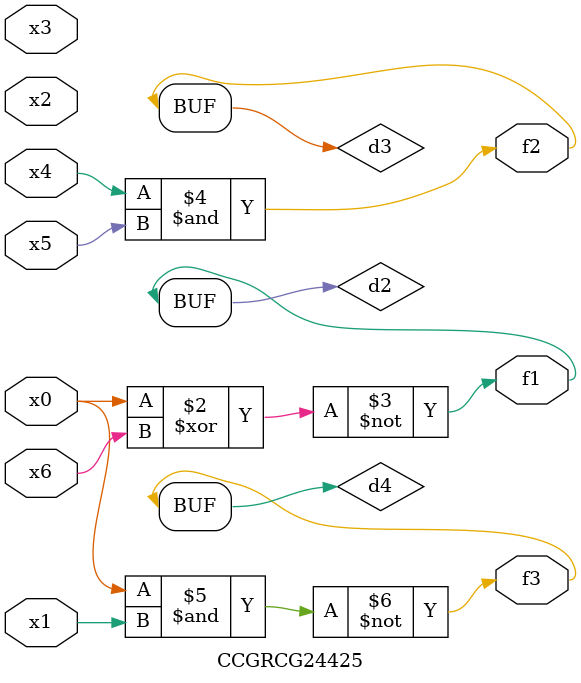
<source format=v>
module CCGRCG24425(
	input x0, x1, x2, x3, x4, x5, x6,
	output f1, f2, f3
);

	wire d1, d2, d3, d4;

	nor (d1, x0);
	xnor (d2, x0, x6);
	and (d3, x4, x5);
	nand (d4, x0, x1);
	assign f1 = d2;
	assign f2 = d3;
	assign f3 = d4;
endmodule

</source>
